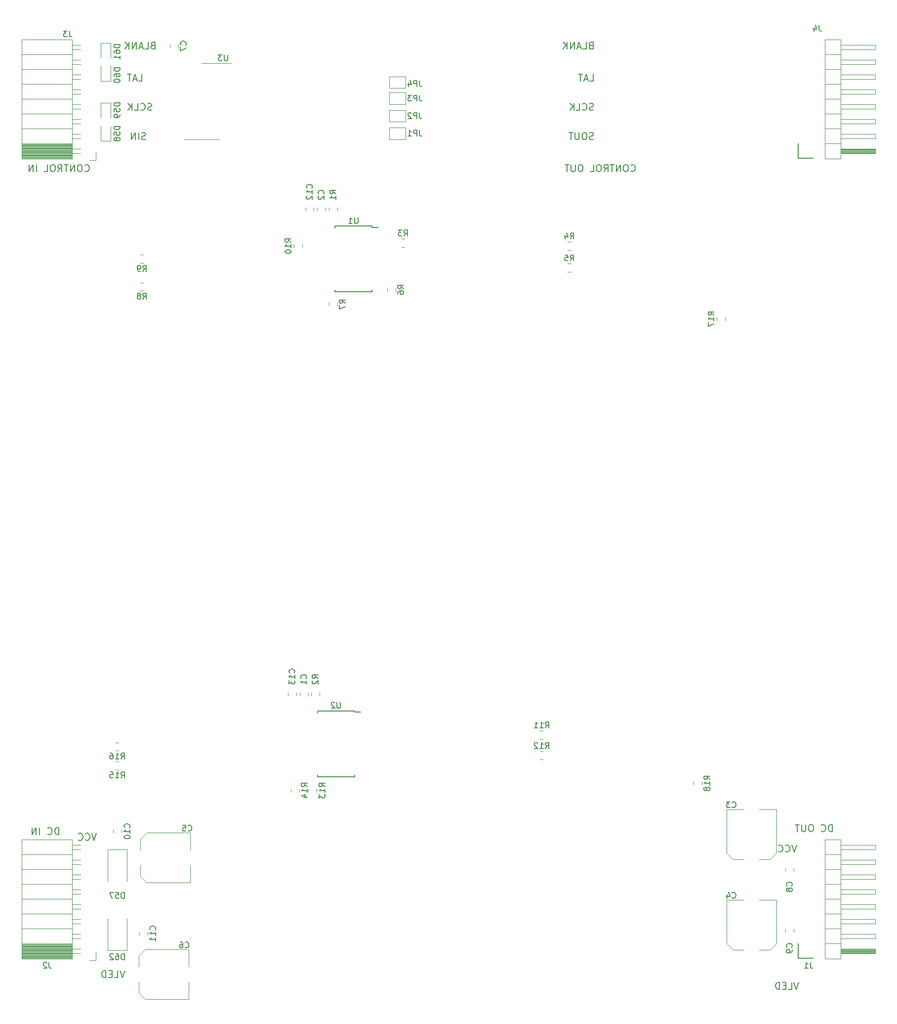
<source format=gbr>
G04 #@! TF.GenerationSoftware,KiCad,Pcbnew,(5.1.4)-1*
G04 #@! TF.CreationDate,2019-11-12T22:01:14+01:00*
G04 #@! TF.ProjectId,Digit_Colon,44696769-745f-4436-9f6c-6f6e2e6b6963,rev?*
G04 #@! TF.SameCoordinates,Original*
G04 #@! TF.FileFunction,Legend,Bot*
G04 #@! TF.FilePolarity,Positive*
%FSLAX46Y46*%
G04 Gerber Fmt 4.6, Leading zero omitted, Abs format (unit mm)*
G04 Created by KiCad (PCBNEW (5.1.4)-1) date 2019-11-12 22:01:14*
%MOMM*%
%LPD*%
G04 APERTURE LIST*
%ADD10C,0.200000*%
%ADD11C,0.120000*%
%ADD12C,0.150000*%
G04 APERTURE END LIST*
D10*
X201587142Y-186542857D02*
X201587142Y-185342857D01*
X201301428Y-185342857D01*
X201130000Y-185400000D01*
X201015714Y-185514285D01*
X200958571Y-185628571D01*
X200901428Y-185857142D01*
X200901428Y-186028571D01*
X200958571Y-186257142D01*
X201015714Y-186371428D01*
X201130000Y-186485714D01*
X201301428Y-186542857D01*
X201587142Y-186542857D01*
X199701428Y-186428571D02*
X199758571Y-186485714D01*
X199930000Y-186542857D01*
X200044285Y-186542857D01*
X200215714Y-186485714D01*
X200330000Y-186371428D01*
X200387142Y-186257142D01*
X200444285Y-186028571D01*
X200444285Y-185857142D01*
X200387142Y-185628571D01*
X200330000Y-185514285D01*
X200215714Y-185400000D01*
X200044285Y-185342857D01*
X199930000Y-185342857D01*
X199758571Y-185400000D01*
X199701428Y-185457142D01*
X198044285Y-185342857D02*
X197815714Y-185342857D01*
X197701428Y-185400000D01*
X197587142Y-185514285D01*
X197530000Y-185742857D01*
X197530000Y-186142857D01*
X197587142Y-186371428D01*
X197701428Y-186485714D01*
X197815714Y-186542857D01*
X198044285Y-186542857D01*
X198158571Y-186485714D01*
X198272857Y-186371428D01*
X198330000Y-186142857D01*
X198330000Y-185742857D01*
X198272857Y-185514285D01*
X198158571Y-185400000D01*
X198044285Y-185342857D01*
X197015714Y-185342857D02*
X197015714Y-186314285D01*
X196958571Y-186428571D01*
X196901428Y-186485714D01*
X196787142Y-186542857D01*
X196558571Y-186542857D01*
X196444285Y-186485714D01*
X196387142Y-186428571D01*
X196330000Y-186314285D01*
X196330000Y-185342857D01*
X195930000Y-185342857D02*
X195244285Y-185342857D01*
X195587142Y-186542857D02*
X195587142Y-185342857D01*
X68987142Y-187042857D02*
X68987142Y-185842857D01*
X68701428Y-185842857D01*
X68530000Y-185900000D01*
X68415714Y-186014285D01*
X68358571Y-186128571D01*
X68301428Y-186357142D01*
X68301428Y-186528571D01*
X68358571Y-186757142D01*
X68415714Y-186871428D01*
X68530000Y-186985714D01*
X68701428Y-187042857D01*
X68987142Y-187042857D01*
X67101428Y-186928571D02*
X67158571Y-186985714D01*
X67330000Y-187042857D01*
X67444285Y-187042857D01*
X67615714Y-186985714D01*
X67730000Y-186871428D01*
X67787142Y-186757142D01*
X67844285Y-186528571D01*
X67844285Y-186357142D01*
X67787142Y-186128571D01*
X67730000Y-186014285D01*
X67615714Y-185900000D01*
X67444285Y-185842857D01*
X67330000Y-185842857D01*
X67158571Y-185900000D01*
X67101428Y-185957142D01*
X65672857Y-187042857D02*
X65672857Y-185842857D01*
X65101428Y-187042857D02*
X65101428Y-185842857D01*
X64415714Y-187042857D01*
X64415714Y-185842857D01*
X167058571Y-73428571D02*
X167115714Y-73485714D01*
X167287142Y-73542857D01*
X167401428Y-73542857D01*
X167572857Y-73485714D01*
X167687142Y-73371428D01*
X167744285Y-73257142D01*
X167801428Y-73028571D01*
X167801428Y-72857142D01*
X167744285Y-72628571D01*
X167687142Y-72514285D01*
X167572857Y-72400000D01*
X167401428Y-72342857D01*
X167287142Y-72342857D01*
X167115714Y-72400000D01*
X167058571Y-72457142D01*
X166315714Y-72342857D02*
X166087142Y-72342857D01*
X165972857Y-72400000D01*
X165858571Y-72514285D01*
X165801428Y-72742857D01*
X165801428Y-73142857D01*
X165858571Y-73371428D01*
X165972857Y-73485714D01*
X166087142Y-73542857D01*
X166315714Y-73542857D01*
X166430000Y-73485714D01*
X166544285Y-73371428D01*
X166601428Y-73142857D01*
X166601428Y-72742857D01*
X166544285Y-72514285D01*
X166430000Y-72400000D01*
X166315714Y-72342857D01*
X165287142Y-73542857D02*
X165287142Y-72342857D01*
X164601428Y-73542857D01*
X164601428Y-72342857D01*
X164201428Y-72342857D02*
X163515714Y-72342857D01*
X163858571Y-73542857D02*
X163858571Y-72342857D01*
X162430000Y-73542857D02*
X162830000Y-72971428D01*
X163115714Y-73542857D02*
X163115714Y-72342857D01*
X162658571Y-72342857D01*
X162544285Y-72400000D01*
X162487142Y-72457142D01*
X162430000Y-72571428D01*
X162430000Y-72742857D01*
X162487142Y-72857142D01*
X162544285Y-72914285D01*
X162658571Y-72971428D01*
X163115714Y-72971428D01*
X161687142Y-72342857D02*
X161458571Y-72342857D01*
X161344285Y-72400000D01*
X161230000Y-72514285D01*
X161172857Y-72742857D01*
X161172857Y-73142857D01*
X161230000Y-73371428D01*
X161344285Y-73485714D01*
X161458571Y-73542857D01*
X161687142Y-73542857D01*
X161801428Y-73485714D01*
X161915714Y-73371428D01*
X161972857Y-73142857D01*
X161972857Y-72742857D01*
X161915714Y-72514285D01*
X161801428Y-72400000D01*
X161687142Y-72342857D01*
X160087142Y-73542857D02*
X160658571Y-73542857D01*
X160658571Y-72342857D01*
X158544285Y-72342857D02*
X158315714Y-72342857D01*
X158201428Y-72400000D01*
X158087142Y-72514285D01*
X158030000Y-72742857D01*
X158030000Y-73142857D01*
X158087142Y-73371428D01*
X158201428Y-73485714D01*
X158315714Y-73542857D01*
X158544285Y-73542857D01*
X158658571Y-73485714D01*
X158772857Y-73371428D01*
X158830000Y-73142857D01*
X158830000Y-72742857D01*
X158772857Y-72514285D01*
X158658571Y-72400000D01*
X158544285Y-72342857D01*
X157515714Y-72342857D02*
X157515714Y-73314285D01*
X157458571Y-73428571D01*
X157401428Y-73485714D01*
X157287142Y-73542857D01*
X157058571Y-73542857D01*
X156944285Y-73485714D01*
X156887142Y-73428571D01*
X156830000Y-73314285D01*
X156830000Y-72342857D01*
X156430000Y-72342857D02*
X155744285Y-72342857D01*
X156087142Y-73542857D02*
X156087142Y-72342857D01*
X73458571Y-73428571D02*
X73515714Y-73485714D01*
X73687142Y-73542857D01*
X73801428Y-73542857D01*
X73972857Y-73485714D01*
X74087142Y-73371428D01*
X74144285Y-73257142D01*
X74201428Y-73028571D01*
X74201428Y-72857142D01*
X74144285Y-72628571D01*
X74087142Y-72514285D01*
X73972857Y-72400000D01*
X73801428Y-72342857D01*
X73687142Y-72342857D01*
X73515714Y-72400000D01*
X73458571Y-72457142D01*
X72715714Y-72342857D02*
X72487142Y-72342857D01*
X72372857Y-72400000D01*
X72258571Y-72514285D01*
X72201428Y-72742857D01*
X72201428Y-73142857D01*
X72258571Y-73371428D01*
X72372857Y-73485714D01*
X72487142Y-73542857D01*
X72715714Y-73542857D01*
X72830000Y-73485714D01*
X72944285Y-73371428D01*
X73001428Y-73142857D01*
X73001428Y-72742857D01*
X72944285Y-72514285D01*
X72830000Y-72400000D01*
X72715714Y-72342857D01*
X71687142Y-73542857D02*
X71687142Y-72342857D01*
X71001428Y-73542857D01*
X71001428Y-72342857D01*
X70601428Y-72342857D02*
X69915714Y-72342857D01*
X70258571Y-73542857D02*
X70258571Y-72342857D01*
X68830000Y-73542857D02*
X69230000Y-72971428D01*
X69515714Y-73542857D02*
X69515714Y-72342857D01*
X69058571Y-72342857D01*
X68944285Y-72400000D01*
X68887142Y-72457142D01*
X68830000Y-72571428D01*
X68830000Y-72742857D01*
X68887142Y-72857142D01*
X68944285Y-72914285D01*
X69058571Y-72971428D01*
X69515714Y-72971428D01*
X68087142Y-72342857D02*
X67858571Y-72342857D01*
X67744285Y-72400000D01*
X67630000Y-72514285D01*
X67572857Y-72742857D01*
X67572857Y-73142857D01*
X67630000Y-73371428D01*
X67744285Y-73485714D01*
X67858571Y-73542857D01*
X68087142Y-73542857D01*
X68201428Y-73485714D01*
X68315714Y-73371428D01*
X68372857Y-73142857D01*
X68372857Y-72742857D01*
X68315714Y-72514285D01*
X68201428Y-72400000D01*
X68087142Y-72342857D01*
X66487142Y-73542857D02*
X67058571Y-73542857D01*
X67058571Y-72342857D01*
X65172857Y-73542857D02*
X65172857Y-72342857D01*
X64601428Y-73542857D02*
X64601428Y-72342857D01*
X63915714Y-73542857D01*
X63915714Y-72342857D01*
X195444285Y-188842857D02*
X195044285Y-190042857D01*
X194644285Y-188842857D01*
X193558571Y-189928571D02*
X193615714Y-189985714D01*
X193787142Y-190042857D01*
X193901428Y-190042857D01*
X194072857Y-189985714D01*
X194187142Y-189871428D01*
X194244285Y-189757142D01*
X194301428Y-189528571D01*
X194301428Y-189357142D01*
X194244285Y-189128571D01*
X194187142Y-189014285D01*
X194072857Y-188900000D01*
X193901428Y-188842857D01*
X193787142Y-188842857D01*
X193615714Y-188900000D01*
X193558571Y-188957142D01*
X192358571Y-189928571D02*
X192415714Y-189985714D01*
X192587142Y-190042857D01*
X192701428Y-190042857D01*
X192872857Y-189985714D01*
X192987142Y-189871428D01*
X193044285Y-189757142D01*
X193101428Y-189528571D01*
X193101428Y-189357142D01*
X193044285Y-189128571D01*
X192987142Y-189014285D01*
X192872857Y-188900000D01*
X192701428Y-188842857D01*
X192587142Y-188842857D01*
X192415714Y-188900000D01*
X192358571Y-188957142D01*
X195801428Y-212342857D02*
X195401428Y-213542857D01*
X195001428Y-212342857D01*
X194030000Y-213542857D02*
X194601428Y-213542857D01*
X194601428Y-212342857D01*
X193630000Y-212914285D02*
X193230000Y-212914285D01*
X193058571Y-213542857D02*
X193630000Y-213542857D01*
X193630000Y-212342857D01*
X193058571Y-212342857D01*
X192544285Y-213542857D02*
X192544285Y-212342857D01*
X192258571Y-212342857D01*
X192087142Y-212400000D01*
X191972857Y-212514285D01*
X191915714Y-212628571D01*
X191858571Y-212857142D01*
X191858571Y-213028571D01*
X191915714Y-213257142D01*
X191972857Y-213371428D01*
X192087142Y-213485714D01*
X192258571Y-213542857D01*
X192544285Y-213542857D01*
X75444285Y-186842857D02*
X75044285Y-188042857D01*
X74644285Y-186842857D01*
X73558571Y-187928571D02*
X73615714Y-187985714D01*
X73787142Y-188042857D01*
X73901428Y-188042857D01*
X74072857Y-187985714D01*
X74187142Y-187871428D01*
X74244285Y-187757142D01*
X74301428Y-187528571D01*
X74301428Y-187357142D01*
X74244285Y-187128571D01*
X74187142Y-187014285D01*
X74072857Y-186900000D01*
X73901428Y-186842857D01*
X73787142Y-186842857D01*
X73615714Y-186900000D01*
X73558571Y-186957142D01*
X72358571Y-187928571D02*
X72415714Y-187985714D01*
X72587142Y-188042857D01*
X72701428Y-188042857D01*
X72872857Y-187985714D01*
X72987142Y-187871428D01*
X73044285Y-187757142D01*
X73101428Y-187528571D01*
X73101428Y-187357142D01*
X73044285Y-187128571D01*
X72987142Y-187014285D01*
X72872857Y-186900000D01*
X72701428Y-186842857D01*
X72587142Y-186842857D01*
X72415714Y-186900000D01*
X72358571Y-186957142D01*
X80301428Y-210342857D02*
X79901428Y-211542857D01*
X79501428Y-210342857D01*
X78530000Y-211542857D02*
X79101428Y-211542857D01*
X79101428Y-210342857D01*
X78130000Y-210914285D02*
X77730000Y-210914285D01*
X77558571Y-211542857D02*
X78130000Y-211542857D01*
X78130000Y-210342857D01*
X77558571Y-210342857D01*
X77044285Y-211542857D02*
X77044285Y-210342857D01*
X76758571Y-210342857D01*
X76587142Y-210400000D01*
X76472857Y-210514285D01*
X76415714Y-210628571D01*
X76358571Y-210857142D01*
X76358571Y-211028571D01*
X76415714Y-211257142D01*
X76472857Y-211371428D01*
X76587142Y-211485714D01*
X76758571Y-211542857D01*
X77044285Y-211542857D01*
X160641428Y-62985714D02*
X160470000Y-63042857D01*
X160184285Y-63042857D01*
X160070000Y-62985714D01*
X160012857Y-62928571D01*
X159955714Y-62814285D01*
X159955714Y-62700000D01*
X160012857Y-62585714D01*
X160070000Y-62528571D01*
X160184285Y-62471428D01*
X160412857Y-62414285D01*
X160527142Y-62357142D01*
X160584285Y-62300000D01*
X160641428Y-62185714D01*
X160641428Y-62071428D01*
X160584285Y-61957142D01*
X160527142Y-61900000D01*
X160412857Y-61842857D01*
X160127142Y-61842857D01*
X159955714Y-61900000D01*
X158755714Y-62928571D02*
X158812857Y-62985714D01*
X158984285Y-63042857D01*
X159098571Y-63042857D01*
X159270000Y-62985714D01*
X159384285Y-62871428D01*
X159441428Y-62757142D01*
X159498571Y-62528571D01*
X159498571Y-62357142D01*
X159441428Y-62128571D01*
X159384285Y-62014285D01*
X159270000Y-61900000D01*
X159098571Y-61842857D01*
X158984285Y-61842857D01*
X158812857Y-61900000D01*
X158755714Y-61957142D01*
X157670000Y-63042857D02*
X158241428Y-63042857D01*
X158241428Y-61842857D01*
X157270000Y-63042857D02*
X157270000Y-61842857D01*
X156584285Y-63042857D02*
X157098571Y-62357142D01*
X156584285Y-61842857D02*
X157270000Y-62528571D01*
X160641428Y-67985714D02*
X160470000Y-68042857D01*
X160184285Y-68042857D01*
X160070000Y-67985714D01*
X160012857Y-67928571D01*
X159955714Y-67814285D01*
X159955714Y-67700000D01*
X160012857Y-67585714D01*
X160070000Y-67528571D01*
X160184285Y-67471428D01*
X160412857Y-67414285D01*
X160527142Y-67357142D01*
X160584285Y-67300000D01*
X160641428Y-67185714D01*
X160641428Y-67071428D01*
X160584285Y-66957142D01*
X160527142Y-66900000D01*
X160412857Y-66842857D01*
X160127142Y-66842857D01*
X159955714Y-66900000D01*
X159212857Y-66842857D02*
X158984285Y-66842857D01*
X158870000Y-66900000D01*
X158755714Y-67014285D01*
X158698571Y-67242857D01*
X158698571Y-67642857D01*
X158755714Y-67871428D01*
X158870000Y-67985714D01*
X158984285Y-68042857D01*
X159212857Y-68042857D01*
X159327142Y-67985714D01*
X159441428Y-67871428D01*
X159498571Y-67642857D01*
X159498571Y-67242857D01*
X159441428Y-67014285D01*
X159327142Y-66900000D01*
X159212857Y-66842857D01*
X158184285Y-66842857D02*
X158184285Y-67814285D01*
X158127142Y-67928571D01*
X158070000Y-67985714D01*
X157955714Y-68042857D01*
X157727142Y-68042857D01*
X157612857Y-67985714D01*
X157555714Y-67928571D01*
X157498571Y-67814285D01*
X157498571Y-66842857D01*
X157098571Y-66842857D02*
X156412857Y-66842857D01*
X156755714Y-68042857D02*
X156755714Y-66842857D01*
X160012857Y-58042857D02*
X160584285Y-58042857D01*
X160584285Y-56842857D01*
X159670000Y-57700000D02*
X159098571Y-57700000D01*
X159784285Y-58042857D02*
X159384285Y-56842857D01*
X158984285Y-58042857D01*
X158755714Y-56842857D02*
X158070000Y-56842857D01*
X158412857Y-58042857D02*
X158412857Y-56842857D01*
X160184285Y-51914285D02*
X160012857Y-51971428D01*
X159955714Y-52028571D01*
X159898571Y-52142857D01*
X159898571Y-52314285D01*
X159955714Y-52428571D01*
X160012857Y-52485714D01*
X160127142Y-52542857D01*
X160584285Y-52542857D01*
X160584285Y-51342857D01*
X160184285Y-51342857D01*
X160070000Y-51400000D01*
X160012857Y-51457142D01*
X159955714Y-51571428D01*
X159955714Y-51685714D01*
X160012857Y-51800000D01*
X160070000Y-51857142D01*
X160184285Y-51914285D01*
X160584285Y-51914285D01*
X158812857Y-52542857D02*
X159384285Y-52542857D01*
X159384285Y-51342857D01*
X158470000Y-52200000D02*
X157898571Y-52200000D01*
X158584285Y-52542857D02*
X158184285Y-51342857D01*
X157784285Y-52542857D01*
X157384285Y-52542857D02*
X157384285Y-51342857D01*
X156698571Y-52542857D01*
X156698571Y-51342857D01*
X156127142Y-52542857D02*
X156127142Y-51342857D01*
X155441428Y-52542857D02*
X155955714Y-51857142D01*
X155441428Y-51342857D02*
X156127142Y-52028571D01*
X83872857Y-67985714D02*
X83701428Y-68042857D01*
X83415714Y-68042857D01*
X83301428Y-67985714D01*
X83244285Y-67928571D01*
X83187142Y-67814285D01*
X83187142Y-67700000D01*
X83244285Y-67585714D01*
X83301428Y-67528571D01*
X83415714Y-67471428D01*
X83644285Y-67414285D01*
X83758571Y-67357142D01*
X83815714Y-67300000D01*
X83872857Y-67185714D01*
X83872857Y-67071428D01*
X83815714Y-66957142D01*
X83758571Y-66900000D01*
X83644285Y-66842857D01*
X83358571Y-66842857D01*
X83187142Y-66900000D01*
X82672857Y-68042857D02*
X82672857Y-66842857D01*
X82101428Y-68042857D02*
X82101428Y-66842857D01*
X81415714Y-68042857D01*
X81415714Y-66842857D01*
X84915714Y-62985714D02*
X84744285Y-63042857D01*
X84458571Y-63042857D01*
X84344285Y-62985714D01*
X84287142Y-62928571D01*
X84230000Y-62814285D01*
X84230000Y-62700000D01*
X84287142Y-62585714D01*
X84344285Y-62528571D01*
X84458571Y-62471428D01*
X84687142Y-62414285D01*
X84801428Y-62357142D01*
X84858571Y-62300000D01*
X84915714Y-62185714D01*
X84915714Y-62071428D01*
X84858571Y-61957142D01*
X84801428Y-61900000D01*
X84687142Y-61842857D01*
X84401428Y-61842857D01*
X84230000Y-61900000D01*
X83030000Y-62928571D02*
X83087142Y-62985714D01*
X83258571Y-63042857D01*
X83372857Y-63042857D01*
X83544285Y-62985714D01*
X83658571Y-62871428D01*
X83715714Y-62757142D01*
X83772857Y-62528571D01*
X83772857Y-62357142D01*
X83715714Y-62128571D01*
X83658571Y-62014285D01*
X83544285Y-61900000D01*
X83372857Y-61842857D01*
X83258571Y-61842857D01*
X83087142Y-61900000D01*
X83030000Y-61957142D01*
X81944285Y-63042857D02*
X82515714Y-63042857D01*
X82515714Y-61842857D01*
X81544285Y-63042857D02*
X81544285Y-61842857D01*
X80858571Y-63042857D02*
X81372857Y-62357142D01*
X80858571Y-61842857D02*
X81544285Y-62528571D01*
X82687142Y-58042857D02*
X83258571Y-58042857D01*
X83258571Y-56842857D01*
X82344285Y-57700000D02*
X81772857Y-57700000D01*
X82458571Y-58042857D02*
X82058571Y-56842857D01*
X81658571Y-58042857D01*
X81430000Y-56842857D02*
X80744285Y-56842857D01*
X81087142Y-58042857D02*
X81087142Y-56842857D01*
X85101428Y-51914285D02*
X84930000Y-51971428D01*
X84872857Y-52028571D01*
X84815714Y-52142857D01*
X84815714Y-52314285D01*
X84872857Y-52428571D01*
X84930000Y-52485714D01*
X85044285Y-52542857D01*
X85501428Y-52542857D01*
X85501428Y-51342857D01*
X85101428Y-51342857D01*
X84987142Y-51400000D01*
X84930000Y-51457142D01*
X84872857Y-51571428D01*
X84872857Y-51685714D01*
X84930000Y-51800000D01*
X84987142Y-51857142D01*
X85101428Y-51914285D01*
X85501428Y-51914285D01*
X83730000Y-52542857D02*
X84301428Y-52542857D01*
X84301428Y-51342857D01*
X83387142Y-52200000D02*
X82815714Y-52200000D01*
X83501428Y-52542857D02*
X83101428Y-51342857D01*
X82701428Y-52542857D01*
X82301428Y-52542857D02*
X82301428Y-51342857D01*
X81615714Y-52542857D01*
X81615714Y-51342857D01*
X81044285Y-52542857D02*
X81044285Y-51342857D01*
X80358571Y-52542857D02*
X80872857Y-51857142D01*
X80358571Y-51342857D02*
X81044285Y-52028571D01*
D11*
X177790000Y-178508578D02*
X177790000Y-177991422D01*
X179210000Y-178508578D02*
X179210000Y-177991422D01*
X183210000Y-98491422D02*
X183210000Y-99008578D01*
X181790000Y-98491422D02*
X181790000Y-99008578D01*
X78741422Y-171290000D02*
X79258578Y-171290000D01*
X78741422Y-172710000D02*
X79258578Y-172710000D01*
X78741422Y-174540000D02*
X79258578Y-174540000D01*
X78741422Y-175960000D02*
X79258578Y-175960000D01*
X108790000Y-179758578D02*
X108790000Y-179241422D01*
X110210000Y-179758578D02*
X110210000Y-179241422D01*
X111790000Y-179758578D02*
X111790000Y-179241422D01*
X113210000Y-179758578D02*
X113210000Y-179241422D01*
X152008578Y-174210000D02*
X151491422Y-174210000D01*
X152008578Y-172790000D02*
X151491422Y-172790000D01*
X152008578Y-170710000D02*
X151491422Y-170710000D01*
X152008578Y-169290000D02*
X151491422Y-169290000D01*
X110710000Y-85991422D02*
X110710000Y-86508578D01*
X109290000Y-85991422D02*
X109290000Y-86508578D01*
X82991422Y-87790000D02*
X83508578Y-87790000D01*
X82991422Y-89210000D02*
X83508578Y-89210000D01*
X82991422Y-92540000D02*
X83508578Y-92540000D01*
X82991422Y-93960000D02*
X83508578Y-93960000D01*
X115290000Y-96508578D02*
X115290000Y-95991422D01*
X116710000Y-96508578D02*
X116710000Y-95991422D01*
X125290000Y-94008578D02*
X125290000Y-93491422D01*
X126710000Y-94008578D02*
X126710000Y-93491422D01*
X156758578Y-90710000D02*
X156241422Y-90710000D01*
X156758578Y-89290000D02*
X156241422Y-89290000D01*
X156758578Y-86960000D02*
X156241422Y-86960000D01*
X156758578Y-85540000D02*
X156241422Y-85540000D01*
X128258578Y-86460000D02*
X127741422Y-86460000D01*
X128258578Y-85040000D02*
X127741422Y-85040000D01*
X82740000Y-207804437D02*
X83804437Y-206740000D01*
X82740000Y-214195563D02*
X83804437Y-215260000D01*
X82740000Y-214195563D02*
X82740000Y-212310000D01*
X82740000Y-207804437D02*
X82740000Y-209690000D01*
X83804437Y-206740000D02*
X91260000Y-206740000D01*
X83804437Y-215260000D02*
X91260000Y-215260000D01*
X91260000Y-215260000D02*
X91260000Y-212310000D01*
X91260000Y-206740000D02*
X91260000Y-209690000D01*
X82990000Y-187804437D02*
X84054437Y-186740000D01*
X82990000Y-194195563D02*
X84054437Y-195260000D01*
X82990000Y-194195563D02*
X82990000Y-192310000D01*
X82990000Y-187804437D02*
X82990000Y-189690000D01*
X84054437Y-186740000D02*
X91510000Y-186740000D01*
X84054437Y-195260000D02*
X91510000Y-195260000D01*
X91510000Y-195260000D02*
X91510000Y-192310000D01*
X91510000Y-186740000D02*
X91510000Y-189690000D01*
X184554437Y-206760000D02*
X183490000Y-205695563D01*
X190945563Y-206760000D02*
X192010000Y-205695563D01*
X190945563Y-206760000D02*
X189060000Y-206760000D01*
X184554437Y-206760000D02*
X186440000Y-206760000D01*
X183490000Y-205695563D02*
X183490000Y-198240000D01*
X192010000Y-205695563D02*
X192010000Y-198240000D01*
X192010000Y-198240000D02*
X189060000Y-198240000D01*
X183490000Y-198240000D02*
X186440000Y-198240000D01*
X184554437Y-191260000D02*
X183490000Y-190195563D01*
X190945563Y-191260000D02*
X192010000Y-190195563D01*
X190945563Y-191260000D02*
X189060000Y-191260000D01*
X184554437Y-191260000D02*
X186440000Y-191260000D01*
X183490000Y-190195563D02*
X183490000Y-182740000D01*
X192010000Y-190195563D02*
X192010000Y-182740000D01*
X192010000Y-182740000D02*
X189060000Y-182740000D01*
X183490000Y-182740000D02*
X186440000Y-182740000D01*
X108290000Y-163258578D02*
X108290000Y-162741422D01*
X109710000Y-163258578D02*
X109710000Y-162741422D01*
X111290000Y-80258578D02*
X111290000Y-79741422D01*
X112710000Y-80258578D02*
X112710000Y-79741422D01*
X125600000Y-59250000D02*
X128400000Y-59250000D01*
X128400000Y-59250000D02*
X128400000Y-57250000D01*
X128400000Y-57250000D02*
X125600000Y-57250000D01*
X125600000Y-57250000D02*
X125600000Y-59250000D01*
X125600000Y-62000000D02*
X128400000Y-62000000D01*
X128400000Y-62000000D02*
X128400000Y-60000000D01*
X128400000Y-60000000D02*
X125600000Y-60000000D01*
X125600000Y-60000000D02*
X125600000Y-62000000D01*
X125600000Y-65000000D02*
X128400000Y-65000000D01*
X128400000Y-65000000D02*
X128400000Y-63000000D01*
X128400000Y-63000000D02*
X125600000Y-63000000D01*
X125600000Y-63000000D02*
X125600000Y-65000000D01*
X125600000Y-68000000D02*
X128400000Y-68000000D01*
X128400000Y-68000000D02*
X128400000Y-66000000D01*
X128400000Y-66000000D02*
X125600000Y-66000000D01*
X125600000Y-66000000D02*
X125600000Y-68000000D01*
X80650000Y-206900000D02*
X80650000Y-201500000D01*
X77350000Y-206900000D02*
X77350000Y-201500000D01*
X80650000Y-206900000D02*
X77350000Y-206900000D01*
X76150000Y-51500000D02*
X76150000Y-54050000D01*
X77850000Y-51500000D02*
X77850000Y-54050000D01*
X76150000Y-51500000D02*
X77850000Y-51500000D01*
X77850000Y-58000000D02*
X77850000Y-55450000D01*
X76150000Y-58000000D02*
X76150000Y-55450000D01*
X77850000Y-58000000D02*
X76150000Y-58000000D01*
X76150000Y-61750000D02*
X76150000Y-64300000D01*
X77850000Y-61750000D02*
X77850000Y-64300000D01*
X76150000Y-61750000D02*
X77850000Y-61750000D01*
X77850000Y-68250000D02*
X77850000Y-65700000D01*
X76150000Y-68250000D02*
X76150000Y-65700000D01*
X77850000Y-68250000D02*
X76150000Y-68250000D01*
X77350000Y-189600000D02*
X77350000Y-195000000D01*
X80650000Y-189600000D02*
X80650000Y-195000000D01*
X77350000Y-189600000D02*
X80650000Y-189600000D01*
X82790000Y-204258578D02*
X82790000Y-203741422D01*
X84210000Y-204258578D02*
X84210000Y-203741422D01*
X78290000Y-186758578D02*
X78290000Y-186241422D01*
X79710000Y-186758578D02*
X79710000Y-186241422D01*
X193540000Y-203758578D02*
X193540000Y-203241422D01*
X194960000Y-203758578D02*
X194960000Y-203241422D01*
X194960000Y-192803922D02*
X194960000Y-193321078D01*
X193540000Y-192803922D02*
X193540000Y-193321078D01*
X88040000Y-52258578D02*
X88040000Y-51741422D01*
X89460000Y-52258578D02*
X89460000Y-51741422D01*
X98500000Y-54970000D02*
X93500000Y-54970000D01*
X96500000Y-68030000D02*
X90500000Y-68030000D01*
D12*
X120750000Y-166100000D02*
X119675000Y-166100000D01*
X119675000Y-166100000D02*
X119675000Y-165875000D01*
X119675000Y-165875000D02*
X113325000Y-165875000D01*
X113325000Y-165875000D02*
X113325000Y-166200000D01*
X119675000Y-176800000D02*
X119675000Y-177125000D01*
X119675000Y-177125000D02*
X113325000Y-177125000D01*
X113325000Y-177125000D02*
X113325000Y-176800000D01*
X195710000Y-71270000D02*
X195710000Y-68730000D01*
X198250000Y-71270000D02*
X195710000Y-71270000D01*
D11*
X200325000Y-71330000D02*
X200325000Y-50950000D01*
X202985000Y-71330000D02*
X202985000Y-50950000D01*
X202985000Y-60220000D02*
X208985000Y-60220000D01*
X208985000Y-70380000D02*
X208985000Y-69620000D01*
X208985000Y-59460000D02*
X202985000Y-59460000D01*
X202985000Y-65300000D02*
X208985000Y-65300000D01*
X200325000Y-56030000D02*
X202985000Y-56030000D01*
X202985000Y-52600000D02*
X208985000Y-52600000D01*
X200325000Y-58570000D02*
X202985000Y-58570000D01*
X200325000Y-50950000D02*
X202985000Y-50950000D01*
X200325000Y-61110000D02*
X202985000Y-61110000D01*
X200325000Y-63650000D02*
X202985000Y-63650000D01*
X202985000Y-70380000D02*
X208985000Y-70380000D01*
X208985000Y-54380000D02*
X202985000Y-54380000D01*
X202985000Y-70200000D02*
X208985000Y-70200000D01*
X208985000Y-67840000D02*
X208985000Y-67080000D01*
X200325000Y-66190000D02*
X202985000Y-66190000D01*
X208985000Y-51840000D02*
X202985000Y-51840000D01*
X202985000Y-70080000D02*
X208985000Y-70080000D01*
X200325000Y-68730000D02*
X202985000Y-68730000D01*
X202985000Y-70320000D02*
X208985000Y-70320000D01*
X208985000Y-52600000D02*
X208985000Y-51840000D01*
X208985000Y-60220000D02*
X208985000Y-59460000D01*
X202985000Y-55140000D02*
X208985000Y-55140000D01*
X202985000Y-67840000D02*
X208985000Y-67840000D01*
X208985000Y-56920000D02*
X202985000Y-56920000D01*
X208985000Y-67080000D02*
X202985000Y-67080000D01*
X208985000Y-57680000D02*
X208985000Y-56920000D01*
X208985000Y-65300000D02*
X208985000Y-64540000D01*
X202985000Y-62760000D02*
X208985000Y-62760000D01*
X202985000Y-69960000D02*
X208985000Y-69960000D01*
X202985000Y-57680000D02*
X208985000Y-57680000D01*
X208985000Y-55140000D02*
X208985000Y-54380000D01*
X208985000Y-62760000D02*
X208985000Y-62000000D01*
X202985000Y-69720000D02*
X208985000Y-69720000D01*
X208985000Y-62000000D02*
X202985000Y-62000000D01*
X208985000Y-64540000D02*
X202985000Y-64540000D01*
X200325000Y-53490000D02*
X202985000Y-53490000D01*
X208985000Y-69620000D02*
X202985000Y-69620000D01*
X202985000Y-69840000D02*
X208985000Y-69840000D01*
X202985000Y-71330000D02*
X200325000Y-71330000D01*
X71270000Y-51860000D02*
X72730000Y-51860000D01*
X71270000Y-52580000D02*
X72730000Y-52580000D01*
X71270000Y-54400000D02*
X72730000Y-54400000D01*
X71270000Y-55120000D02*
X72730000Y-55120000D01*
X71270000Y-56940000D02*
X72730000Y-56940000D01*
X71270000Y-57660000D02*
X72730000Y-57660000D01*
X71270000Y-59480000D02*
X72730000Y-59480000D01*
X71270000Y-60200000D02*
X72730000Y-60200000D01*
X71270000Y-62020000D02*
X72730000Y-62020000D01*
X71270000Y-62740000D02*
X72730000Y-62740000D01*
X71270000Y-64560000D02*
X72730000Y-64560000D01*
X71270000Y-65280000D02*
X72730000Y-65280000D01*
X71270000Y-67100000D02*
X72730000Y-67100000D01*
X71270000Y-67820000D02*
X72730000Y-67820000D01*
X74254000Y-71584000D02*
X75364000Y-71584000D01*
X75364000Y-71584000D02*
X75364000Y-70254000D01*
X62640000Y-71330000D02*
X62640000Y-50890000D01*
X62640000Y-50890000D02*
X71270000Y-50890000D01*
X71270000Y-71330000D02*
X71270000Y-50890000D01*
X62640000Y-71330000D02*
X71270000Y-71330000D01*
X62640000Y-53490000D02*
X71270000Y-53490000D01*
X62640000Y-56030000D02*
X71270000Y-56030000D01*
X62640000Y-58570000D02*
X71270000Y-58570000D01*
X62640000Y-61110000D02*
X71270000Y-61110000D01*
X62640000Y-63650000D02*
X71270000Y-63650000D01*
X62640000Y-66190000D02*
X71270000Y-66190000D01*
X62640000Y-68730000D02*
X71270000Y-68730000D01*
X71270000Y-69640000D02*
X72730000Y-69640000D01*
X71270000Y-70360000D02*
X72730000Y-70360000D01*
X62640000Y-68848100D02*
X71270000Y-68848100D01*
X62640000Y-68966195D02*
X71270000Y-68966195D01*
X62640000Y-69084290D02*
X71270000Y-69084290D01*
X62640000Y-69202385D02*
X71270000Y-69202385D01*
X62640000Y-69320480D02*
X71270000Y-69320480D01*
X62640000Y-69438575D02*
X71270000Y-69438575D01*
X62640000Y-69556670D02*
X71270000Y-69556670D01*
X62640000Y-69674765D02*
X71270000Y-69674765D01*
X62640000Y-69792860D02*
X71270000Y-69792860D01*
X62640000Y-69910955D02*
X71270000Y-69910955D01*
X62640000Y-70029050D02*
X71270000Y-70029050D01*
X62640000Y-70147145D02*
X71270000Y-70147145D01*
X62640000Y-70265240D02*
X71270000Y-70265240D01*
X62640000Y-70383335D02*
X71270000Y-70383335D01*
X62640000Y-70501430D02*
X71270000Y-70501430D01*
X62640000Y-70619525D02*
X71270000Y-70619525D01*
X62640000Y-70737620D02*
X71270000Y-70737620D01*
X62640000Y-70855715D02*
X71270000Y-70855715D01*
X62640000Y-70973810D02*
X71270000Y-70973810D01*
X62640000Y-71091905D02*
X71270000Y-71091905D01*
X62640000Y-71210000D02*
X71270000Y-71210000D01*
X71270000Y-188860000D02*
X72730000Y-188860000D01*
X71270000Y-189580000D02*
X72730000Y-189580000D01*
X71270000Y-191400000D02*
X72730000Y-191400000D01*
X71270000Y-192120000D02*
X72730000Y-192120000D01*
X71270000Y-193940000D02*
X72730000Y-193940000D01*
X71270000Y-194660000D02*
X72730000Y-194660000D01*
X71270000Y-196480000D02*
X72730000Y-196480000D01*
X71270000Y-197200000D02*
X72730000Y-197200000D01*
X71270000Y-199020000D02*
X72730000Y-199020000D01*
X71270000Y-199740000D02*
X72730000Y-199740000D01*
X71270000Y-201560000D02*
X72730000Y-201560000D01*
X71270000Y-202280000D02*
X72730000Y-202280000D01*
X71270000Y-204100000D02*
X72730000Y-204100000D01*
X71270000Y-204820000D02*
X72730000Y-204820000D01*
X74254000Y-208584000D02*
X75364000Y-208584000D01*
X75364000Y-208584000D02*
X75364000Y-207254000D01*
X62640000Y-208330000D02*
X62640000Y-187890000D01*
X62640000Y-187890000D02*
X71270000Y-187890000D01*
X71270000Y-208330000D02*
X71270000Y-187890000D01*
X62640000Y-208330000D02*
X71270000Y-208330000D01*
X62640000Y-190490000D02*
X71270000Y-190490000D01*
X62640000Y-193030000D02*
X71270000Y-193030000D01*
X62640000Y-195570000D02*
X71270000Y-195570000D01*
X62640000Y-198110000D02*
X71270000Y-198110000D01*
X62640000Y-200650000D02*
X71270000Y-200650000D01*
X62640000Y-203190000D02*
X71270000Y-203190000D01*
X62640000Y-205730000D02*
X71270000Y-205730000D01*
X71270000Y-206640000D02*
X72730000Y-206640000D01*
X71270000Y-207360000D02*
X72730000Y-207360000D01*
X62640000Y-205848100D02*
X71270000Y-205848100D01*
X62640000Y-205966195D02*
X71270000Y-205966195D01*
X62640000Y-206084290D02*
X71270000Y-206084290D01*
X62640000Y-206202385D02*
X71270000Y-206202385D01*
X62640000Y-206320480D02*
X71270000Y-206320480D01*
X62640000Y-206438575D02*
X71270000Y-206438575D01*
X62640000Y-206556670D02*
X71270000Y-206556670D01*
X62640000Y-206674765D02*
X71270000Y-206674765D01*
X62640000Y-206792860D02*
X71270000Y-206792860D01*
X62640000Y-206910955D02*
X71270000Y-206910955D01*
X62640000Y-207029050D02*
X71270000Y-207029050D01*
X62640000Y-207147145D02*
X71270000Y-207147145D01*
X62640000Y-207265240D02*
X71270000Y-207265240D01*
X62640000Y-207383335D02*
X71270000Y-207383335D01*
X62640000Y-207501430D02*
X71270000Y-207501430D01*
X62640000Y-207619525D02*
X71270000Y-207619525D01*
X62640000Y-207737620D02*
X71270000Y-207737620D01*
X62640000Y-207855715D02*
X71270000Y-207855715D01*
X62640000Y-207973810D02*
X71270000Y-207973810D01*
X62640000Y-208091905D02*
X71270000Y-208091905D01*
X62640000Y-208210000D02*
X71270000Y-208210000D01*
D12*
X195710000Y-208270000D02*
X195710000Y-205730000D01*
X198250000Y-208270000D02*
X195710000Y-208270000D01*
D11*
X200325000Y-208330000D02*
X200325000Y-187950000D01*
X202985000Y-208330000D02*
X202985000Y-187950000D01*
X202985000Y-197220000D02*
X208985000Y-197220000D01*
X208985000Y-207380000D02*
X208985000Y-206620000D01*
X208985000Y-196460000D02*
X202985000Y-196460000D01*
X202985000Y-202300000D02*
X208985000Y-202300000D01*
X200325000Y-193030000D02*
X202985000Y-193030000D01*
X202985000Y-189600000D02*
X208985000Y-189600000D01*
X200325000Y-195570000D02*
X202985000Y-195570000D01*
X200325000Y-187950000D02*
X202985000Y-187950000D01*
X200325000Y-198110000D02*
X202985000Y-198110000D01*
X200325000Y-200650000D02*
X202985000Y-200650000D01*
X202985000Y-207380000D02*
X208985000Y-207380000D01*
X208985000Y-191380000D02*
X202985000Y-191380000D01*
X202985000Y-207200000D02*
X208985000Y-207200000D01*
X208985000Y-204840000D02*
X208985000Y-204080000D01*
X200325000Y-203190000D02*
X202985000Y-203190000D01*
X208985000Y-188840000D02*
X202985000Y-188840000D01*
X202985000Y-207080000D02*
X208985000Y-207080000D01*
X200325000Y-205730000D02*
X202985000Y-205730000D01*
X202985000Y-207320000D02*
X208985000Y-207320000D01*
X208985000Y-189600000D02*
X208985000Y-188840000D01*
X208985000Y-197220000D02*
X208985000Y-196460000D01*
X202985000Y-192140000D02*
X208985000Y-192140000D01*
X202985000Y-204840000D02*
X208985000Y-204840000D01*
X208985000Y-193920000D02*
X202985000Y-193920000D01*
X208985000Y-204080000D02*
X202985000Y-204080000D01*
X208985000Y-194680000D02*
X208985000Y-193920000D01*
X208985000Y-202300000D02*
X208985000Y-201540000D01*
X202985000Y-199760000D02*
X208985000Y-199760000D01*
X202985000Y-206960000D02*
X208985000Y-206960000D01*
X202985000Y-194680000D02*
X208985000Y-194680000D01*
X208985000Y-192140000D02*
X208985000Y-191380000D01*
X208985000Y-199760000D02*
X208985000Y-199000000D01*
X202985000Y-206720000D02*
X208985000Y-206720000D01*
X208985000Y-199000000D02*
X202985000Y-199000000D01*
X208985000Y-201540000D02*
X202985000Y-201540000D01*
X200325000Y-190490000D02*
X202985000Y-190490000D01*
X208985000Y-206620000D02*
X202985000Y-206620000D01*
X202985000Y-206840000D02*
X208985000Y-206840000D01*
X202985000Y-208330000D02*
X200325000Y-208330000D01*
X116710000Y-80258578D02*
X116710000Y-79741422D01*
X115290000Y-80258578D02*
X115290000Y-79741422D01*
X113710000Y-163258578D02*
X113710000Y-162741422D01*
X112290000Y-163258578D02*
X112290000Y-162741422D01*
D12*
X123750000Y-83100000D02*
X122675000Y-83100000D01*
X122675000Y-83100000D02*
X122675000Y-82875000D01*
X122675000Y-82875000D02*
X116325000Y-82875000D01*
X116325000Y-82875000D02*
X116325000Y-83200000D01*
X122675000Y-93800000D02*
X122675000Y-94125000D01*
X122675000Y-94125000D02*
X116325000Y-94125000D01*
X116325000Y-94125000D02*
X116325000Y-93800000D01*
D11*
X111710000Y-163258578D02*
X111710000Y-162741422D01*
X110290000Y-163258578D02*
X110290000Y-162741422D01*
X114710000Y-80258578D02*
X114710000Y-79741422D01*
X113290000Y-80258578D02*
X113290000Y-79741422D01*
D12*
X180602380Y-177607142D02*
X180126190Y-177273809D01*
X180602380Y-177035714D02*
X179602380Y-177035714D01*
X179602380Y-177416666D01*
X179650000Y-177511904D01*
X179697619Y-177559523D01*
X179792857Y-177607142D01*
X179935714Y-177607142D01*
X180030952Y-177559523D01*
X180078571Y-177511904D01*
X180126190Y-177416666D01*
X180126190Y-177035714D01*
X180602380Y-178559523D02*
X180602380Y-177988095D01*
X180602380Y-178273809D02*
X179602380Y-178273809D01*
X179745238Y-178178571D01*
X179840476Y-178083333D01*
X179888095Y-177988095D01*
X180030952Y-179130952D02*
X179983333Y-179035714D01*
X179935714Y-178988095D01*
X179840476Y-178940476D01*
X179792857Y-178940476D01*
X179697619Y-178988095D01*
X179650000Y-179035714D01*
X179602380Y-179130952D01*
X179602380Y-179321428D01*
X179650000Y-179416666D01*
X179697619Y-179464285D01*
X179792857Y-179511904D01*
X179840476Y-179511904D01*
X179935714Y-179464285D01*
X179983333Y-179416666D01*
X180030952Y-179321428D01*
X180030952Y-179130952D01*
X180078571Y-179035714D01*
X180126190Y-178988095D01*
X180221428Y-178940476D01*
X180411904Y-178940476D01*
X180507142Y-178988095D01*
X180554761Y-179035714D01*
X180602380Y-179130952D01*
X180602380Y-179321428D01*
X180554761Y-179416666D01*
X180507142Y-179464285D01*
X180411904Y-179511904D01*
X180221428Y-179511904D01*
X180126190Y-179464285D01*
X180078571Y-179416666D01*
X180030952Y-179321428D01*
X181302380Y-98107142D02*
X180826190Y-97773809D01*
X181302380Y-97535714D02*
X180302380Y-97535714D01*
X180302380Y-97916666D01*
X180350000Y-98011904D01*
X180397619Y-98059523D01*
X180492857Y-98107142D01*
X180635714Y-98107142D01*
X180730952Y-98059523D01*
X180778571Y-98011904D01*
X180826190Y-97916666D01*
X180826190Y-97535714D01*
X181302380Y-99059523D02*
X181302380Y-98488095D01*
X181302380Y-98773809D02*
X180302380Y-98773809D01*
X180445238Y-98678571D01*
X180540476Y-98583333D01*
X180588095Y-98488095D01*
X180302380Y-99392857D02*
X180302380Y-100059523D01*
X181302380Y-99630952D01*
X79642857Y-174102380D02*
X79976190Y-173626190D01*
X80214285Y-174102380D02*
X80214285Y-173102380D01*
X79833333Y-173102380D01*
X79738095Y-173150000D01*
X79690476Y-173197619D01*
X79642857Y-173292857D01*
X79642857Y-173435714D01*
X79690476Y-173530952D01*
X79738095Y-173578571D01*
X79833333Y-173626190D01*
X80214285Y-173626190D01*
X78690476Y-174102380D02*
X79261904Y-174102380D01*
X78976190Y-174102380D02*
X78976190Y-173102380D01*
X79071428Y-173245238D01*
X79166666Y-173340476D01*
X79261904Y-173388095D01*
X77833333Y-173102380D02*
X78023809Y-173102380D01*
X78119047Y-173150000D01*
X78166666Y-173197619D01*
X78261904Y-173340476D01*
X78309523Y-173530952D01*
X78309523Y-173911904D01*
X78261904Y-174007142D01*
X78214285Y-174054761D01*
X78119047Y-174102380D01*
X77928571Y-174102380D01*
X77833333Y-174054761D01*
X77785714Y-174007142D01*
X77738095Y-173911904D01*
X77738095Y-173673809D01*
X77785714Y-173578571D01*
X77833333Y-173530952D01*
X77928571Y-173483333D01*
X78119047Y-173483333D01*
X78214285Y-173530952D01*
X78261904Y-173578571D01*
X78309523Y-173673809D01*
X79642857Y-177352380D02*
X79976190Y-176876190D01*
X80214285Y-177352380D02*
X80214285Y-176352380D01*
X79833333Y-176352380D01*
X79738095Y-176400000D01*
X79690476Y-176447619D01*
X79642857Y-176542857D01*
X79642857Y-176685714D01*
X79690476Y-176780952D01*
X79738095Y-176828571D01*
X79833333Y-176876190D01*
X80214285Y-176876190D01*
X78690476Y-177352380D02*
X79261904Y-177352380D01*
X78976190Y-177352380D02*
X78976190Y-176352380D01*
X79071428Y-176495238D01*
X79166666Y-176590476D01*
X79261904Y-176638095D01*
X77785714Y-176352380D02*
X78261904Y-176352380D01*
X78309523Y-176828571D01*
X78261904Y-176780952D01*
X78166666Y-176733333D01*
X77928571Y-176733333D01*
X77833333Y-176780952D01*
X77785714Y-176828571D01*
X77738095Y-176923809D01*
X77738095Y-177161904D01*
X77785714Y-177257142D01*
X77833333Y-177304761D01*
X77928571Y-177352380D01*
X78166666Y-177352380D01*
X78261904Y-177304761D01*
X78309523Y-177257142D01*
X111602380Y-178857142D02*
X111126190Y-178523809D01*
X111602380Y-178285714D02*
X110602380Y-178285714D01*
X110602380Y-178666666D01*
X110650000Y-178761904D01*
X110697619Y-178809523D01*
X110792857Y-178857142D01*
X110935714Y-178857142D01*
X111030952Y-178809523D01*
X111078571Y-178761904D01*
X111126190Y-178666666D01*
X111126190Y-178285714D01*
X111602380Y-179809523D02*
X111602380Y-179238095D01*
X111602380Y-179523809D02*
X110602380Y-179523809D01*
X110745238Y-179428571D01*
X110840476Y-179333333D01*
X110888095Y-179238095D01*
X110935714Y-180666666D02*
X111602380Y-180666666D01*
X110554761Y-180428571D02*
X111269047Y-180190476D01*
X111269047Y-180809523D01*
X114602380Y-178857142D02*
X114126190Y-178523809D01*
X114602380Y-178285714D02*
X113602380Y-178285714D01*
X113602380Y-178666666D01*
X113650000Y-178761904D01*
X113697619Y-178809523D01*
X113792857Y-178857142D01*
X113935714Y-178857142D01*
X114030952Y-178809523D01*
X114078571Y-178761904D01*
X114126190Y-178666666D01*
X114126190Y-178285714D01*
X114602380Y-179809523D02*
X114602380Y-179238095D01*
X114602380Y-179523809D02*
X113602380Y-179523809D01*
X113745238Y-179428571D01*
X113840476Y-179333333D01*
X113888095Y-179238095D01*
X113602380Y-180142857D02*
X113602380Y-180761904D01*
X113983333Y-180428571D01*
X113983333Y-180571428D01*
X114030952Y-180666666D01*
X114078571Y-180714285D01*
X114173809Y-180761904D01*
X114411904Y-180761904D01*
X114507142Y-180714285D01*
X114554761Y-180666666D01*
X114602380Y-180571428D01*
X114602380Y-180285714D01*
X114554761Y-180190476D01*
X114507142Y-180142857D01*
X152392857Y-172302380D02*
X152726190Y-171826190D01*
X152964285Y-172302380D02*
X152964285Y-171302380D01*
X152583333Y-171302380D01*
X152488095Y-171350000D01*
X152440476Y-171397619D01*
X152392857Y-171492857D01*
X152392857Y-171635714D01*
X152440476Y-171730952D01*
X152488095Y-171778571D01*
X152583333Y-171826190D01*
X152964285Y-171826190D01*
X151440476Y-172302380D02*
X152011904Y-172302380D01*
X151726190Y-172302380D02*
X151726190Y-171302380D01*
X151821428Y-171445238D01*
X151916666Y-171540476D01*
X152011904Y-171588095D01*
X151059523Y-171397619D02*
X151011904Y-171350000D01*
X150916666Y-171302380D01*
X150678571Y-171302380D01*
X150583333Y-171350000D01*
X150535714Y-171397619D01*
X150488095Y-171492857D01*
X150488095Y-171588095D01*
X150535714Y-171730952D01*
X151107142Y-172302380D01*
X150488095Y-172302380D01*
X152392857Y-168802380D02*
X152726190Y-168326190D01*
X152964285Y-168802380D02*
X152964285Y-167802380D01*
X152583333Y-167802380D01*
X152488095Y-167850000D01*
X152440476Y-167897619D01*
X152392857Y-167992857D01*
X152392857Y-168135714D01*
X152440476Y-168230952D01*
X152488095Y-168278571D01*
X152583333Y-168326190D01*
X152964285Y-168326190D01*
X151440476Y-168802380D02*
X152011904Y-168802380D01*
X151726190Y-168802380D02*
X151726190Y-167802380D01*
X151821428Y-167945238D01*
X151916666Y-168040476D01*
X152011904Y-168088095D01*
X150488095Y-168802380D02*
X151059523Y-168802380D01*
X150773809Y-168802380D02*
X150773809Y-167802380D01*
X150869047Y-167945238D01*
X150964285Y-168040476D01*
X151059523Y-168088095D01*
X108802380Y-85607142D02*
X108326190Y-85273809D01*
X108802380Y-85035714D02*
X107802380Y-85035714D01*
X107802380Y-85416666D01*
X107850000Y-85511904D01*
X107897619Y-85559523D01*
X107992857Y-85607142D01*
X108135714Y-85607142D01*
X108230952Y-85559523D01*
X108278571Y-85511904D01*
X108326190Y-85416666D01*
X108326190Y-85035714D01*
X108802380Y-86559523D02*
X108802380Y-85988095D01*
X108802380Y-86273809D02*
X107802380Y-86273809D01*
X107945238Y-86178571D01*
X108040476Y-86083333D01*
X108088095Y-85988095D01*
X107802380Y-87178571D02*
X107802380Y-87273809D01*
X107850000Y-87369047D01*
X107897619Y-87416666D01*
X107992857Y-87464285D01*
X108183333Y-87511904D01*
X108421428Y-87511904D01*
X108611904Y-87464285D01*
X108707142Y-87416666D01*
X108754761Y-87369047D01*
X108802380Y-87273809D01*
X108802380Y-87178571D01*
X108754761Y-87083333D01*
X108707142Y-87035714D01*
X108611904Y-86988095D01*
X108421428Y-86940476D01*
X108183333Y-86940476D01*
X107992857Y-86988095D01*
X107897619Y-87035714D01*
X107850000Y-87083333D01*
X107802380Y-87178571D01*
X83416666Y-90602380D02*
X83750000Y-90126190D01*
X83988095Y-90602380D02*
X83988095Y-89602380D01*
X83607142Y-89602380D01*
X83511904Y-89650000D01*
X83464285Y-89697619D01*
X83416666Y-89792857D01*
X83416666Y-89935714D01*
X83464285Y-90030952D01*
X83511904Y-90078571D01*
X83607142Y-90126190D01*
X83988095Y-90126190D01*
X82940476Y-90602380D02*
X82750000Y-90602380D01*
X82654761Y-90554761D01*
X82607142Y-90507142D01*
X82511904Y-90364285D01*
X82464285Y-90173809D01*
X82464285Y-89792857D01*
X82511904Y-89697619D01*
X82559523Y-89650000D01*
X82654761Y-89602380D01*
X82845238Y-89602380D01*
X82940476Y-89650000D01*
X82988095Y-89697619D01*
X83035714Y-89792857D01*
X83035714Y-90030952D01*
X82988095Y-90126190D01*
X82940476Y-90173809D01*
X82845238Y-90221428D01*
X82654761Y-90221428D01*
X82559523Y-90173809D01*
X82511904Y-90126190D01*
X82464285Y-90030952D01*
X83416666Y-95352380D02*
X83750000Y-94876190D01*
X83988095Y-95352380D02*
X83988095Y-94352380D01*
X83607142Y-94352380D01*
X83511904Y-94400000D01*
X83464285Y-94447619D01*
X83416666Y-94542857D01*
X83416666Y-94685714D01*
X83464285Y-94780952D01*
X83511904Y-94828571D01*
X83607142Y-94876190D01*
X83988095Y-94876190D01*
X82845238Y-94780952D02*
X82940476Y-94733333D01*
X82988095Y-94685714D01*
X83035714Y-94590476D01*
X83035714Y-94542857D01*
X82988095Y-94447619D01*
X82940476Y-94400000D01*
X82845238Y-94352380D01*
X82654761Y-94352380D01*
X82559523Y-94400000D01*
X82511904Y-94447619D01*
X82464285Y-94542857D01*
X82464285Y-94590476D01*
X82511904Y-94685714D01*
X82559523Y-94733333D01*
X82654761Y-94780952D01*
X82845238Y-94780952D01*
X82940476Y-94828571D01*
X82988095Y-94876190D01*
X83035714Y-94971428D01*
X83035714Y-95161904D01*
X82988095Y-95257142D01*
X82940476Y-95304761D01*
X82845238Y-95352380D01*
X82654761Y-95352380D01*
X82559523Y-95304761D01*
X82511904Y-95257142D01*
X82464285Y-95161904D01*
X82464285Y-94971428D01*
X82511904Y-94876190D01*
X82559523Y-94828571D01*
X82654761Y-94780952D01*
X118102380Y-96083333D02*
X117626190Y-95750000D01*
X118102380Y-95511904D02*
X117102380Y-95511904D01*
X117102380Y-95892857D01*
X117150000Y-95988095D01*
X117197619Y-96035714D01*
X117292857Y-96083333D01*
X117435714Y-96083333D01*
X117530952Y-96035714D01*
X117578571Y-95988095D01*
X117626190Y-95892857D01*
X117626190Y-95511904D01*
X117102380Y-96416666D02*
X117102380Y-97083333D01*
X118102380Y-96654761D01*
X128102380Y-93583333D02*
X127626190Y-93250000D01*
X128102380Y-93011904D02*
X127102380Y-93011904D01*
X127102380Y-93392857D01*
X127150000Y-93488095D01*
X127197619Y-93535714D01*
X127292857Y-93583333D01*
X127435714Y-93583333D01*
X127530952Y-93535714D01*
X127578571Y-93488095D01*
X127626190Y-93392857D01*
X127626190Y-93011904D01*
X127102380Y-94440476D02*
X127102380Y-94250000D01*
X127150000Y-94154761D01*
X127197619Y-94107142D01*
X127340476Y-94011904D01*
X127530952Y-93964285D01*
X127911904Y-93964285D01*
X128007142Y-94011904D01*
X128054761Y-94059523D01*
X128102380Y-94154761D01*
X128102380Y-94345238D01*
X128054761Y-94440476D01*
X128007142Y-94488095D01*
X127911904Y-94535714D01*
X127673809Y-94535714D01*
X127578571Y-94488095D01*
X127530952Y-94440476D01*
X127483333Y-94345238D01*
X127483333Y-94154761D01*
X127530952Y-94059523D01*
X127578571Y-94011904D01*
X127673809Y-93964285D01*
X156666666Y-88802380D02*
X157000000Y-88326190D01*
X157238095Y-88802380D02*
X157238095Y-87802380D01*
X156857142Y-87802380D01*
X156761904Y-87850000D01*
X156714285Y-87897619D01*
X156666666Y-87992857D01*
X156666666Y-88135714D01*
X156714285Y-88230952D01*
X156761904Y-88278571D01*
X156857142Y-88326190D01*
X157238095Y-88326190D01*
X155761904Y-87802380D02*
X156238095Y-87802380D01*
X156285714Y-88278571D01*
X156238095Y-88230952D01*
X156142857Y-88183333D01*
X155904761Y-88183333D01*
X155809523Y-88230952D01*
X155761904Y-88278571D01*
X155714285Y-88373809D01*
X155714285Y-88611904D01*
X155761904Y-88707142D01*
X155809523Y-88754761D01*
X155904761Y-88802380D01*
X156142857Y-88802380D01*
X156238095Y-88754761D01*
X156285714Y-88707142D01*
X156666666Y-85052380D02*
X157000000Y-84576190D01*
X157238095Y-85052380D02*
X157238095Y-84052380D01*
X156857142Y-84052380D01*
X156761904Y-84100000D01*
X156714285Y-84147619D01*
X156666666Y-84242857D01*
X156666666Y-84385714D01*
X156714285Y-84480952D01*
X156761904Y-84528571D01*
X156857142Y-84576190D01*
X157238095Y-84576190D01*
X155809523Y-84385714D02*
X155809523Y-85052380D01*
X156047619Y-84004761D02*
X156285714Y-84719047D01*
X155666666Y-84719047D01*
X128166666Y-84552380D02*
X128500000Y-84076190D01*
X128738095Y-84552380D02*
X128738095Y-83552380D01*
X128357142Y-83552380D01*
X128261904Y-83600000D01*
X128214285Y-83647619D01*
X128166666Y-83742857D01*
X128166666Y-83885714D01*
X128214285Y-83980952D01*
X128261904Y-84028571D01*
X128357142Y-84076190D01*
X128738095Y-84076190D01*
X127833333Y-83552380D02*
X127214285Y-83552380D01*
X127547619Y-83933333D01*
X127404761Y-83933333D01*
X127309523Y-83980952D01*
X127261904Y-84028571D01*
X127214285Y-84123809D01*
X127214285Y-84361904D01*
X127261904Y-84457142D01*
X127309523Y-84504761D01*
X127404761Y-84552380D01*
X127690476Y-84552380D01*
X127785714Y-84504761D01*
X127833333Y-84457142D01*
X90666666Y-206357142D02*
X90714285Y-206404761D01*
X90857142Y-206452380D01*
X90952380Y-206452380D01*
X91095238Y-206404761D01*
X91190476Y-206309523D01*
X91238095Y-206214285D01*
X91285714Y-206023809D01*
X91285714Y-205880952D01*
X91238095Y-205690476D01*
X91190476Y-205595238D01*
X91095238Y-205500000D01*
X90952380Y-205452380D01*
X90857142Y-205452380D01*
X90714285Y-205500000D01*
X90666666Y-205547619D01*
X89809523Y-205452380D02*
X90000000Y-205452380D01*
X90095238Y-205500000D01*
X90142857Y-205547619D01*
X90238095Y-205690476D01*
X90285714Y-205880952D01*
X90285714Y-206261904D01*
X90238095Y-206357142D01*
X90190476Y-206404761D01*
X90095238Y-206452380D01*
X89904761Y-206452380D01*
X89809523Y-206404761D01*
X89761904Y-206357142D01*
X89714285Y-206261904D01*
X89714285Y-206023809D01*
X89761904Y-205928571D01*
X89809523Y-205880952D01*
X89904761Y-205833333D01*
X90095238Y-205833333D01*
X90190476Y-205880952D01*
X90238095Y-205928571D01*
X90285714Y-206023809D01*
X91166666Y-186357142D02*
X91214285Y-186404761D01*
X91357142Y-186452380D01*
X91452380Y-186452380D01*
X91595238Y-186404761D01*
X91690476Y-186309523D01*
X91738095Y-186214285D01*
X91785714Y-186023809D01*
X91785714Y-185880952D01*
X91738095Y-185690476D01*
X91690476Y-185595238D01*
X91595238Y-185500000D01*
X91452380Y-185452380D01*
X91357142Y-185452380D01*
X91214285Y-185500000D01*
X91166666Y-185547619D01*
X90261904Y-185452380D02*
X90738095Y-185452380D01*
X90785714Y-185928571D01*
X90738095Y-185880952D01*
X90642857Y-185833333D01*
X90404761Y-185833333D01*
X90309523Y-185880952D01*
X90261904Y-185928571D01*
X90214285Y-186023809D01*
X90214285Y-186261904D01*
X90261904Y-186357142D01*
X90309523Y-186404761D01*
X90404761Y-186452380D01*
X90642857Y-186452380D01*
X90738095Y-186404761D01*
X90785714Y-186357142D01*
X184416666Y-197857142D02*
X184464285Y-197904761D01*
X184607142Y-197952380D01*
X184702380Y-197952380D01*
X184845238Y-197904761D01*
X184940476Y-197809523D01*
X184988095Y-197714285D01*
X185035714Y-197523809D01*
X185035714Y-197380952D01*
X184988095Y-197190476D01*
X184940476Y-197095238D01*
X184845238Y-197000000D01*
X184702380Y-196952380D01*
X184607142Y-196952380D01*
X184464285Y-197000000D01*
X184416666Y-197047619D01*
X183559523Y-197285714D02*
X183559523Y-197952380D01*
X183797619Y-196904761D02*
X184035714Y-197619047D01*
X183416666Y-197619047D01*
X184416666Y-182357142D02*
X184464285Y-182404761D01*
X184607142Y-182452380D01*
X184702380Y-182452380D01*
X184845238Y-182404761D01*
X184940476Y-182309523D01*
X184988095Y-182214285D01*
X185035714Y-182023809D01*
X185035714Y-181880952D01*
X184988095Y-181690476D01*
X184940476Y-181595238D01*
X184845238Y-181500000D01*
X184702380Y-181452380D01*
X184607142Y-181452380D01*
X184464285Y-181500000D01*
X184416666Y-181547619D01*
X184083333Y-181452380D02*
X183464285Y-181452380D01*
X183797619Y-181833333D01*
X183654761Y-181833333D01*
X183559523Y-181880952D01*
X183511904Y-181928571D01*
X183464285Y-182023809D01*
X183464285Y-182261904D01*
X183511904Y-182357142D01*
X183559523Y-182404761D01*
X183654761Y-182452380D01*
X183940476Y-182452380D01*
X184035714Y-182404761D01*
X184083333Y-182357142D01*
X109357142Y-159357142D02*
X109404761Y-159309523D01*
X109452380Y-159166666D01*
X109452380Y-159071428D01*
X109404761Y-158928571D01*
X109309523Y-158833333D01*
X109214285Y-158785714D01*
X109023809Y-158738095D01*
X108880952Y-158738095D01*
X108690476Y-158785714D01*
X108595238Y-158833333D01*
X108500000Y-158928571D01*
X108452380Y-159071428D01*
X108452380Y-159166666D01*
X108500000Y-159309523D01*
X108547619Y-159357142D01*
X109452380Y-160309523D02*
X109452380Y-159738095D01*
X109452380Y-160023809D02*
X108452380Y-160023809D01*
X108595238Y-159928571D01*
X108690476Y-159833333D01*
X108738095Y-159738095D01*
X108452380Y-160642857D02*
X108452380Y-161261904D01*
X108833333Y-160928571D01*
X108833333Y-161071428D01*
X108880952Y-161166666D01*
X108928571Y-161214285D01*
X109023809Y-161261904D01*
X109261904Y-161261904D01*
X109357142Y-161214285D01*
X109404761Y-161166666D01*
X109452380Y-161071428D01*
X109452380Y-160785714D01*
X109404761Y-160690476D01*
X109357142Y-160642857D01*
X112357142Y-76357142D02*
X112404761Y-76309523D01*
X112452380Y-76166666D01*
X112452380Y-76071428D01*
X112404761Y-75928571D01*
X112309523Y-75833333D01*
X112214285Y-75785714D01*
X112023809Y-75738095D01*
X111880952Y-75738095D01*
X111690476Y-75785714D01*
X111595238Y-75833333D01*
X111500000Y-75928571D01*
X111452380Y-76071428D01*
X111452380Y-76166666D01*
X111500000Y-76309523D01*
X111547619Y-76357142D01*
X112452380Y-77309523D02*
X112452380Y-76738095D01*
X112452380Y-77023809D02*
X111452380Y-77023809D01*
X111595238Y-76928571D01*
X111690476Y-76833333D01*
X111738095Y-76738095D01*
X111547619Y-77690476D02*
X111500000Y-77738095D01*
X111452380Y-77833333D01*
X111452380Y-78071428D01*
X111500000Y-78166666D01*
X111547619Y-78214285D01*
X111642857Y-78261904D01*
X111738095Y-78261904D01*
X111880952Y-78214285D01*
X112452380Y-77642857D01*
X112452380Y-78261904D01*
X130833333Y-57952380D02*
X130833333Y-58666666D01*
X130880952Y-58809523D01*
X130976190Y-58904761D01*
X131119047Y-58952380D01*
X131214285Y-58952380D01*
X130357142Y-58952380D02*
X130357142Y-57952380D01*
X129976190Y-57952380D01*
X129880952Y-58000000D01*
X129833333Y-58047619D01*
X129785714Y-58142857D01*
X129785714Y-58285714D01*
X129833333Y-58380952D01*
X129880952Y-58428571D01*
X129976190Y-58476190D01*
X130357142Y-58476190D01*
X128928571Y-58285714D02*
X128928571Y-58952380D01*
X129166666Y-57904761D02*
X129404761Y-58619047D01*
X128785714Y-58619047D01*
X130833333Y-60452380D02*
X130833333Y-61166666D01*
X130880952Y-61309523D01*
X130976190Y-61404761D01*
X131119047Y-61452380D01*
X131214285Y-61452380D01*
X130357142Y-61452380D02*
X130357142Y-60452380D01*
X129976190Y-60452380D01*
X129880952Y-60500000D01*
X129833333Y-60547619D01*
X129785714Y-60642857D01*
X129785714Y-60785714D01*
X129833333Y-60880952D01*
X129880952Y-60928571D01*
X129976190Y-60976190D01*
X130357142Y-60976190D01*
X129452380Y-60452380D02*
X128833333Y-60452380D01*
X129166666Y-60833333D01*
X129023809Y-60833333D01*
X128928571Y-60880952D01*
X128880952Y-60928571D01*
X128833333Y-61023809D01*
X128833333Y-61261904D01*
X128880952Y-61357142D01*
X128928571Y-61404761D01*
X129023809Y-61452380D01*
X129309523Y-61452380D01*
X129404761Y-61404761D01*
X129452380Y-61357142D01*
X130833333Y-63452380D02*
X130833333Y-64166666D01*
X130880952Y-64309523D01*
X130976190Y-64404761D01*
X131119047Y-64452380D01*
X131214285Y-64452380D01*
X130357142Y-64452380D02*
X130357142Y-63452380D01*
X129976190Y-63452380D01*
X129880952Y-63500000D01*
X129833333Y-63547619D01*
X129785714Y-63642857D01*
X129785714Y-63785714D01*
X129833333Y-63880952D01*
X129880952Y-63928571D01*
X129976190Y-63976190D01*
X130357142Y-63976190D01*
X129404761Y-63547619D02*
X129357142Y-63500000D01*
X129261904Y-63452380D01*
X129023809Y-63452380D01*
X128928571Y-63500000D01*
X128880952Y-63547619D01*
X128833333Y-63642857D01*
X128833333Y-63738095D01*
X128880952Y-63880952D01*
X129452380Y-64452380D01*
X128833333Y-64452380D01*
X130833333Y-66452380D02*
X130833333Y-67166666D01*
X130880952Y-67309523D01*
X130976190Y-67404761D01*
X131119047Y-67452380D01*
X131214285Y-67452380D01*
X130357142Y-67452380D02*
X130357142Y-66452380D01*
X129976190Y-66452380D01*
X129880952Y-66500000D01*
X129833333Y-66547619D01*
X129785714Y-66642857D01*
X129785714Y-66785714D01*
X129833333Y-66880952D01*
X129880952Y-66928571D01*
X129976190Y-66976190D01*
X130357142Y-66976190D01*
X128833333Y-67452380D02*
X129404761Y-67452380D01*
X129119047Y-67452380D02*
X129119047Y-66452380D01*
X129214285Y-66595238D01*
X129309523Y-66690476D01*
X129404761Y-66738095D01*
X80214285Y-208452380D02*
X80214285Y-207452380D01*
X79976190Y-207452380D01*
X79833333Y-207500000D01*
X79738095Y-207595238D01*
X79690476Y-207690476D01*
X79642857Y-207880952D01*
X79642857Y-208023809D01*
X79690476Y-208214285D01*
X79738095Y-208309523D01*
X79833333Y-208404761D01*
X79976190Y-208452380D01*
X80214285Y-208452380D01*
X78785714Y-207452380D02*
X78976190Y-207452380D01*
X79071428Y-207500000D01*
X79119047Y-207547619D01*
X79214285Y-207690476D01*
X79261904Y-207880952D01*
X79261904Y-208261904D01*
X79214285Y-208357142D01*
X79166666Y-208404761D01*
X79071428Y-208452380D01*
X78880952Y-208452380D01*
X78785714Y-208404761D01*
X78738095Y-208357142D01*
X78690476Y-208261904D01*
X78690476Y-208023809D01*
X78738095Y-207928571D01*
X78785714Y-207880952D01*
X78880952Y-207833333D01*
X79071428Y-207833333D01*
X79166666Y-207880952D01*
X79214285Y-207928571D01*
X79261904Y-208023809D01*
X78309523Y-207547619D02*
X78261904Y-207500000D01*
X78166666Y-207452380D01*
X77928571Y-207452380D01*
X77833333Y-207500000D01*
X77785714Y-207547619D01*
X77738095Y-207642857D01*
X77738095Y-207738095D01*
X77785714Y-207880952D01*
X78357142Y-208452380D01*
X77738095Y-208452380D01*
X79452380Y-51785714D02*
X78452380Y-51785714D01*
X78452380Y-52023809D01*
X78500000Y-52166666D01*
X78595238Y-52261904D01*
X78690476Y-52309523D01*
X78880952Y-52357142D01*
X79023809Y-52357142D01*
X79214285Y-52309523D01*
X79309523Y-52261904D01*
X79404761Y-52166666D01*
X79452380Y-52023809D01*
X79452380Y-51785714D01*
X78452380Y-53214285D02*
X78452380Y-53023809D01*
X78500000Y-52928571D01*
X78547619Y-52880952D01*
X78690476Y-52785714D01*
X78880952Y-52738095D01*
X79261904Y-52738095D01*
X79357142Y-52785714D01*
X79404761Y-52833333D01*
X79452380Y-52928571D01*
X79452380Y-53119047D01*
X79404761Y-53214285D01*
X79357142Y-53261904D01*
X79261904Y-53309523D01*
X79023809Y-53309523D01*
X78928571Y-53261904D01*
X78880952Y-53214285D01*
X78833333Y-53119047D01*
X78833333Y-52928571D01*
X78880952Y-52833333D01*
X78928571Y-52785714D01*
X79023809Y-52738095D01*
X79452380Y-54261904D02*
X79452380Y-53690476D01*
X79452380Y-53976190D02*
X78452380Y-53976190D01*
X78595238Y-53880952D01*
X78690476Y-53785714D01*
X78738095Y-53690476D01*
X79452380Y-55785714D02*
X78452380Y-55785714D01*
X78452380Y-56023809D01*
X78500000Y-56166666D01*
X78595238Y-56261904D01*
X78690476Y-56309523D01*
X78880952Y-56357142D01*
X79023809Y-56357142D01*
X79214285Y-56309523D01*
X79309523Y-56261904D01*
X79404761Y-56166666D01*
X79452380Y-56023809D01*
X79452380Y-55785714D01*
X78452380Y-57214285D02*
X78452380Y-57023809D01*
X78500000Y-56928571D01*
X78547619Y-56880952D01*
X78690476Y-56785714D01*
X78880952Y-56738095D01*
X79261904Y-56738095D01*
X79357142Y-56785714D01*
X79404761Y-56833333D01*
X79452380Y-56928571D01*
X79452380Y-57119047D01*
X79404761Y-57214285D01*
X79357142Y-57261904D01*
X79261904Y-57309523D01*
X79023809Y-57309523D01*
X78928571Y-57261904D01*
X78880952Y-57214285D01*
X78833333Y-57119047D01*
X78833333Y-56928571D01*
X78880952Y-56833333D01*
X78928571Y-56785714D01*
X79023809Y-56738095D01*
X78452380Y-57928571D02*
X78452380Y-58023809D01*
X78500000Y-58119047D01*
X78547619Y-58166666D01*
X78642857Y-58214285D01*
X78833333Y-58261904D01*
X79071428Y-58261904D01*
X79261904Y-58214285D01*
X79357142Y-58166666D01*
X79404761Y-58119047D01*
X79452380Y-58023809D01*
X79452380Y-57928571D01*
X79404761Y-57833333D01*
X79357142Y-57785714D01*
X79261904Y-57738095D01*
X79071428Y-57690476D01*
X78833333Y-57690476D01*
X78642857Y-57738095D01*
X78547619Y-57785714D01*
X78500000Y-57833333D01*
X78452380Y-57928571D01*
X79452380Y-61785714D02*
X78452380Y-61785714D01*
X78452380Y-62023809D01*
X78500000Y-62166666D01*
X78595238Y-62261904D01*
X78690476Y-62309523D01*
X78880952Y-62357142D01*
X79023809Y-62357142D01*
X79214285Y-62309523D01*
X79309523Y-62261904D01*
X79404761Y-62166666D01*
X79452380Y-62023809D01*
X79452380Y-61785714D01*
X78452380Y-63261904D02*
X78452380Y-62785714D01*
X78928571Y-62738095D01*
X78880952Y-62785714D01*
X78833333Y-62880952D01*
X78833333Y-63119047D01*
X78880952Y-63214285D01*
X78928571Y-63261904D01*
X79023809Y-63309523D01*
X79261904Y-63309523D01*
X79357142Y-63261904D01*
X79404761Y-63214285D01*
X79452380Y-63119047D01*
X79452380Y-62880952D01*
X79404761Y-62785714D01*
X79357142Y-62738095D01*
X79452380Y-63785714D02*
X79452380Y-63976190D01*
X79404761Y-64071428D01*
X79357142Y-64119047D01*
X79214285Y-64214285D01*
X79023809Y-64261904D01*
X78642857Y-64261904D01*
X78547619Y-64214285D01*
X78500000Y-64166666D01*
X78452380Y-64071428D01*
X78452380Y-63880952D01*
X78500000Y-63785714D01*
X78547619Y-63738095D01*
X78642857Y-63690476D01*
X78880952Y-63690476D01*
X78976190Y-63738095D01*
X79023809Y-63785714D01*
X79071428Y-63880952D01*
X79071428Y-64071428D01*
X79023809Y-64166666D01*
X78976190Y-64214285D01*
X78880952Y-64261904D01*
X79452380Y-65785714D02*
X78452380Y-65785714D01*
X78452380Y-66023809D01*
X78500000Y-66166666D01*
X78595238Y-66261904D01*
X78690476Y-66309523D01*
X78880952Y-66357142D01*
X79023809Y-66357142D01*
X79214285Y-66309523D01*
X79309523Y-66261904D01*
X79404761Y-66166666D01*
X79452380Y-66023809D01*
X79452380Y-65785714D01*
X78452380Y-67261904D02*
X78452380Y-66785714D01*
X78928571Y-66738095D01*
X78880952Y-66785714D01*
X78833333Y-66880952D01*
X78833333Y-67119047D01*
X78880952Y-67214285D01*
X78928571Y-67261904D01*
X79023809Y-67309523D01*
X79261904Y-67309523D01*
X79357142Y-67261904D01*
X79404761Y-67214285D01*
X79452380Y-67119047D01*
X79452380Y-66880952D01*
X79404761Y-66785714D01*
X79357142Y-66738095D01*
X78880952Y-67880952D02*
X78833333Y-67785714D01*
X78785714Y-67738095D01*
X78690476Y-67690476D01*
X78642857Y-67690476D01*
X78547619Y-67738095D01*
X78500000Y-67785714D01*
X78452380Y-67880952D01*
X78452380Y-68071428D01*
X78500000Y-68166666D01*
X78547619Y-68214285D01*
X78642857Y-68261904D01*
X78690476Y-68261904D01*
X78785714Y-68214285D01*
X78833333Y-68166666D01*
X78880952Y-68071428D01*
X78880952Y-67880952D01*
X78928571Y-67785714D01*
X78976190Y-67738095D01*
X79071428Y-67690476D01*
X79261904Y-67690476D01*
X79357142Y-67738095D01*
X79404761Y-67785714D01*
X79452380Y-67880952D01*
X79452380Y-68071428D01*
X79404761Y-68166666D01*
X79357142Y-68214285D01*
X79261904Y-68261904D01*
X79071428Y-68261904D01*
X78976190Y-68214285D01*
X78928571Y-68166666D01*
X78880952Y-68071428D01*
X80214285Y-197952380D02*
X80214285Y-196952380D01*
X79976190Y-196952380D01*
X79833333Y-197000000D01*
X79738095Y-197095238D01*
X79690476Y-197190476D01*
X79642857Y-197380952D01*
X79642857Y-197523809D01*
X79690476Y-197714285D01*
X79738095Y-197809523D01*
X79833333Y-197904761D01*
X79976190Y-197952380D01*
X80214285Y-197952380D01*
X78738095Y-196952380D02*
X79214285Y-196952380D01*
X79261904Y-197428571D01*
X79214285Y-197380952D01*
X79119047Y-197333333D01*
X78880952Y-197333333D01*
X78785714Y-197380952D01*
X78738095Y-197428571D01*
X78690476Y-197523809D01*
X78690476Y-197761904D01*
X78738095Y-197857142D01*
X78785714Y-197904761D01*
X78880952Y-197952380D01*
X79119047Y-197952380D01*
X79214285Y-197904761D01*
X79261904Y-197857142D01*
X78357142Y-196952380D02*
X77690476Y-196952380D01*
X78119047Y-197952380D01*
X85507142Y-203357142D02*
X85554761Y-203309523D01*
X85602380Y-203166666D01*
X85602380Y-203071428D01*
X85554761Y-202928571D01*
X85459523Y-202833333D01*
X85364285Y-202785714D01*
X85173809Y-202738095D01*
X85030952Y-202738095D01*
X84840476Y-202785714D01*
X84745238Y-202833333D01*
X84650000Y-202928571D01*
X84602380Y-203071428D01*
X84602380Y-203166666D01*
X84650000Y-203309523D01*
X84697619Y-203357142D01*
X85602380Y-204309523D02*
X85602380Y-203738095D01*
X85602380Y-204023809D02*
X84602380Y-204023809D01*
X84745238Y-203928571D01*
X84840476Y-203833333D01*
X84888095Y-203738095D01*
X85602380Y-205261904D02*
X85602380Y-204690476D01*
X85602380Y-204976190D02*
X84602380Y-204976190D01*
X84745238Y-204880952D01*
X84840476Y-204785714D01*
X84888095Y-204690476D01*
X81107142Y-185857142D02*
X81154761Y-185809523D01*
X81202380Y-185666666D01*
X81202380Y-185571428D01*
X81154761Y-185428571D01*
X81059523Y-185333333D01*
X80964285Y-185285714D01*
X80773809Y-185238095D01*
X80630952Y-185238095D01*
X80440476Y-185285714D01*
X80345238Y-185333333D01*
X80250000Y-185428571D01*
X80202380Y-185571428D01*
X80202380Y-185666666D01*
X80250000Y-185809523D01*
X80297619Y-185857142D01*
X81202380Y-186809523D02*
X81202380Y-186238095D01*
X81202380Y-186523809D02*
X80202380Y-186523809D01*
X80345238Y-186428571D01*
X80440476Y-186333333D01*
X80488095Y-186238095D01*
X80202380Y-187428571D02*
X80202380Y-187523809D01*
X80250000Y-187619047D01*
X80297619Y-187666666D01*
X80392857Y-187714285D01*
X80583333Y-187761904D01*
X80821428Y-187761904D01*
X81011904Y-187714285D01*
X81107142Y-187666666D01*
X81154761Y-187619047D01*
X81202380Y-187523809D01*
X81202380Y-187428571D01*
X81154761Y-187333333D01*
X81107142Y-187285714D01*
X81011904Y-187238095D01*
X80821428Y-187190476D01*
X80583333Y-187190476D01*
X80392857Y-187238095D01*
X80297619Y-187285714D01*
X80250000Y-187333333D01*
X80202380Y-187428571D01*
X194607142Y-206333333D02*
X194654761Y-206285714D01*
X194702380Y-206142857D01*
X194702380Y-206047619D01*
X194654761Y-205904761D01*
X194559523Y-205809523D01*
X194464285Y-205761904D01*
X194273809Y-205714285D01*
X194130952Y-205714285D01*
X193940476Y-205761904D01*
X193845238Y-205809523D01*
X193750000Y-205904761D01*
X193702380Y-206047619D01*
X193702380Y-206142857D01*
X193750000Y-206285714D01*
X193797619Y-206333333D01*
X194702380Y-206809523D02*
X194702380Y-207000000D01*
X194654761Y-207095238D01*
X194607142Y-207142857D01*
X194464285Y-207238095D01*
X194273809Y-207285714D01*
X193892857Y-207285714D01*
X193797619Y-207238095D01*
X193750000Y-207190476D01*
X193702380Y-207095238D01*
X193702380Y-206904761D01*
X193750000Y-206809523D01*
X193797619Y-206761904D01*
X193892857Y-206714285D01*
X194130952Y-206714285D01*
X194226190Y-206761904D01*
X194273809Y-206809523D01*
X194321428Y-206904761D01*
X194321428Y-207095238D01*
X194273809Y-207190476D01*
X194226190Y-207238095D01*
X194130952Y-207285714D01*
X194607142Y-195833333D02*
X194654761Y-195785714D01*
X194702380Y-195642857D01*
X194702380Y-195547619D01*
X194654761Y-195404761D01*
X194559523Y-195309523D01*
X194464285Y-195261904D01*
X194273809Y-195214285D01*
X194130952Y-195214285D01*
X193940476Y-195261904D01*
X193845238Y-195309523D01*
X193750000Y-195404761D01*
X193702380Y-195547619D01*
X193702380Y-195642857D01*
X193750000Y-195785714D01*
X193797619Y-195833333D01*
X194130952Y-196404761D02*
X194083333Y-196309523D01*
X194035714Y-196261904D01*
X193940476Y-196214285D01*
X193892857Y-196214285D01*
X193797619Y-196261904D01*
X193750000Y-196309523D01*
X193702380Y-196404761D01*
X193702380Y-196595238D01*
X193750000Y-196690476D01*
X193797619Y-196738095D01*
X193892857Y-196785714D01*
X193940476Y-196785714D01*
X194035714Y-196738095D01*
X194083333Y-196690476D01*
X194130952Y-196595238D01*
X194130952Y-196404761D01*
X194178571Y-196309523D01*
X194226190Y-196261904D01*
X194321428Y-196214285D01*
X194511904Y-196214285D01*
X194607142Y-196261904D01*
X194654761Y-196309523D01*
X194702380Y-196404761D01*
X194702380Y-196595238D01*
X194654761Y-196690476D01*
X194607142Y-196738095D01*
X194511904Y-196785714D01*
X194321428Y-196785714D01*
X194226190Y-196738095D01*
X194178571Y-196690476D01*
X194130952Y-196595238D01*
X90757142Y-51833333D02*
X90804761Y-51785714D01*
X90852380Y-51642857D01*
X90852380Y-51547619D01*
X90804761Y-51404761D01*
X90709523Y-51309523D01*
X90614285Y-51261904D01*
X90423809Y-51214285D01*
X90280952Y-51214285D01*
X90090476Y-51261904D01*
X89995238Y-51309523D01*
X89900000Y-51404761D01*
X89852380Y-51547619D01*
X89852380Y-51642857D01*
X89900000Y-51785714D01*
X89947619Y-51833333D01*
X89852380Y-52166666D02*
X89852380Y-52833333D01*
X90852380Y-52404761D01*
X97951904Y-53532380D02*
X97951904Y-54341904D01*
X97904285Y-54437142D01*
X97856666Y-54484761D01*
X97761428Y-54532380D01*
X97570952Y-54532380D01*
X97475714Y-54484761D01*
X97428095Y-54437142D01*
X97380476Y-54341904D01*
X97380476Y-53532380D01*
X96999523Y-53532380D02*
X96380476Y-53532380D01*
X96713809Y-53913333D01*
X96570952Y-53913333D01*
X96475714Y-53960952D01*
X96428095Y-54008571D01*
X96380476Y-54103809D01*
X96380476Y-54341904D01*
X96428095Y-54437142D01*
X96475714Y-54484761D01*
X96570952Y-54532380D01*
X96856666Y-54532380D01*
X96951904Y-54484761D01*
X96999523Y-54437142D01*
X117261904Y-164402380D02*
X117261904Y-165211904D01*
X117214285Y-165307142D01*
X117166666Y-165354761D01*
X117071428Y-165402380D01*
X116880952Y-165402380D01*
X116785714Y-165354761D01*
X116738095Y-165307142D01*
X116690476Y-165211904D01*
X116690476Y-164402380D01*
X116261904Y-164497619D02*
X116214285Y-164450000D01*
X116119047Y-164402380D01*
X115880952Y-164402380D01*
X115785714Y-164450000D01*
X115738095Y-164497619D01*
X115690476Y-164592857D01*
X115690476Y-164688095D01*
X115738095Y-164830952D01*
X116309523Y-165402380D01*
X115690476Y-165402380D01*
X199333333Y-48452380D02*
X199333333Y-49166666D01*
X199380952Y-49309523D01*
X199476190Y-49404761D01*
X199619047Y-49452380D01*
X199714285Y-49452380D01*
X198428571Y-48785714D02*
X198428571Y-49452380D01*
X198666666Y-48404761D02*
X198904761Y-49119047D01*
X198285714Y-49119047D01*
X70833333Y-49452380D02*
X70833333Y-50166666D01*
X70880952Y-50309523D01*
X70976190Y-50404761D01*
X71119047Y-50452380D01*
X71214285Y-50452380D01*
X70452380Y-49452380D02*
X69833333Y-49452380D01*
X70166666Y-49833333D01*
X70023809Y-49833333D01*
X69928571Y-49880952D01*
X69880952Y-49928571D01*
X69833333Y-50023809D01*
X69833333Y-50261904D01*
X69880952Y-50357142D01*
X69928571Y-50404761D01*
X70023809Y-50452380D01*
X70309523Y-50452380D01*
X70404761Y-50404761D01*
X70452380Y-50357142D01*
X67333333Y-208952380D02*
X67333333Y-209666666D01*
X67380952Y-209809523D01*
X67476190Y-209904761D01*
X67619047Y-209952380D01*
X67714285Y-209952380D01*
X66904761Y-209047619D02*
X66857142Y-209000000D01*
X66761904Y-208952380D01*
X66523809Y-208952380D01*
X66428571Y-209000000D01*
X66380952Y-209047619D01*
X66333333Y-209142857D01*
X66333333Y-209238095D01*
X66380952Y-209380952D01*
X66952380Y-209952380D01*
X66333333Y-209952380D01*
X197833333Y-208952380D02*
X197833333Y-209666666D01*
X197880952Y-209809523D01*
X197976190Y-209904761D01*
X198119047Y-209952380D01*
X198214285Y-209952380D01*
X196833333Y-209952380D02*
X197404761Y-209952380D01*
X197119047Y-209952380D02*
X197119047Y-208952380D01*
X197214285Y-209095238D01*
X197309523Y-209190476D01*
X197404761Y-209238095D01*
X116452380Y-77333333D02*
X115976190Y-77000000D01*
X116452380Y-76761904D02*
X115452380Y-76761904D01*
X115452380Y-77142857D01*
X115500000Y-77238095D01*
X115547619Y-77285714D01*
X115642857Y-77333333D01*
X115785714Y-77333333D01*
X115880952Y-77285714D01*
X115928571Y-77238095D01*
X115976190Y-77142857D01*
X115976190Y-76761904D01*
X116452380Y-78285714D02*
X116452380Y-77714285D01*
X116452380Y-78000000D02*
X115452380Y-78000000D01*
X115595238Y-77904761D01*
X115690476Y-77809523D01*
X115738095Y-77714285D01*
X113452380Y-160333333D02*
X112976190Y-160000000D01*
X113452380Y-159761904D02*
X112452380Y-159761904D01*
X112452380Y-160142857D01*
X112500000Y-160238095D01*
X112547619Y-160285714D01*
X112642857Y-160333333D01*
X112785714Y-160333333D01*
X112880952Y-160285714D01*
X112928571Y-160238095D01*
X112976190Y-160142857D01*
X112976190Y-159761904D01*
X112547619Y-160714285D02*
X112500000Y-160761904D01*
X112452380Y-160857142D01*
X112452380Y-161095238D01*
X112500000Y-161190476D01*
X112547619Y-161238095D01*
X112642857Y-161285714D01*
X112738095Y-161285714D01*
X112880952Y-161238095D01*
X113452380Y-160666666D01*
X113452380Y-161285714D01*
X120261904Y-81402380D02*
X120261904Y-82211904D01*
X120214285Y-82307142D01*
X120166666Y-82354761D01*
X120071428Y-82402380D01*
X119880952Y-82402380D01*
X119785714Y-82354761D01*
X119738095Y-82307142D01*
X119690476Y-82211904D01*
X119690476Y-81402380D01*
X118690476Y-82402380D02*
X119261904Y-82402380D01*
X118976190Y-82402380D02*
X118976190Y-81402380D01*
X119071428Y-81545238D01*
X119166666Y-81640476D01*
X119261904Y-81688095D01*
X111357142Y-160333333D02*
X111404761Y-160285714D01*
X111452380Y-160142857D01*
X111452380Y-160047619D01*
X111404761Y-159904761D01*
X111309523Y-159809523D01*
X111214285Y-159761904D01*
X111023809Y-159714285D01*
X110880952Y-159714285D01*
X110690476Y-159761904D01*
X110595238Y-159809523D01*
X110500000Y-159904761D01*
X110452380Y-160047619D01*
X110452380Y-160142857D01*
X110500000Y-160285714D01*
X110547619Y-160333333D01*
X111452380Y-161285714D02*
X111452380Y-160714285D01*
X111452380Y-161000000D02*
X110452380Y-161000000D01*
X110595238Y-160904761D01*
X110690476Y-160809523D01*
X110738095Y-160714285D01*
X114357142Y-77333333D02*
X114404761Y-77285714D01*
X114452380Y-77142857D01*
X114452380Y-77047619D01*
X114404761Y-76904761D01*
X114309523Y-76809523D01*
X114214285Y-76761904D01*
X114023809Y-76714285D01*
X113880952Y-76714285D01*
X113690476Y-76761904D01*
X113595238Y-76809523D01*
X113500000Y-76904761D01*
X113452380Y-77047619D01*
X113452380Y-77142857D01*
X113500000Y-77285714D01*
X113547619Y-77333333D01*
X113547619Y-77714285D02*
X113500000Y-77761904D01*
X113452380Y-77857142D01*
X113452380Y-78095238D01*
X113500000Y-78190476D01*
X113547619Y-78238095D01*
X113642857Y-78285714D01*
X113738095Y-78285714D01*
X113880952Y-78238095D01*
X114452380Y-77666666D01*
X114452380Y-78285714D01*
M02*

</source>
